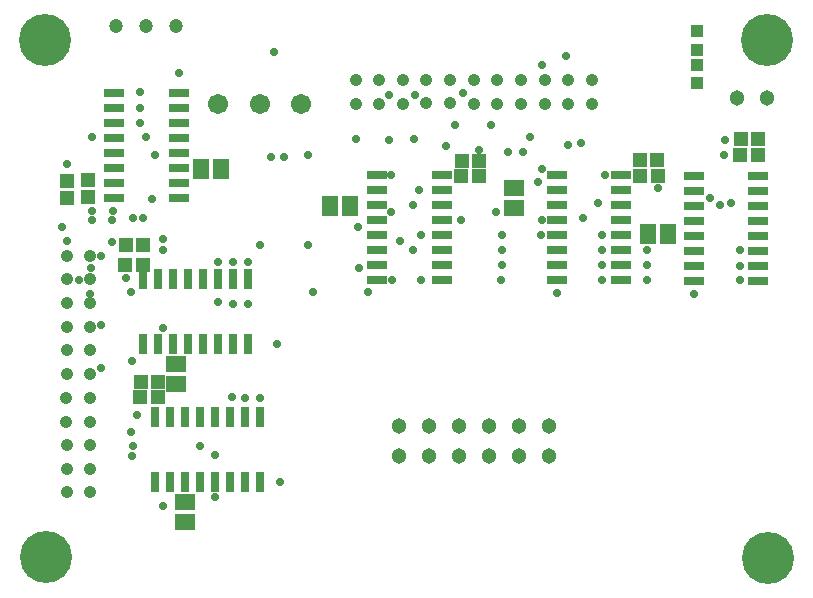
<source format=gts>
G04*
G04 #@! TF.GenerationSoftware,Altium Limited,Altium Designer,19.1.7 (138)*
G04*
G04 Layer_Color=8388736*
%FSLAX25Y25*%
%MOIN*%
G70*
G01*
G75*
%ADD28R,0.04343X0.04147*%
%ADD29R,0.04934X0.04737*%
%ADD30R,0.04737X0.04934*%
%ADD31R,0.04540X0.04934*%
%ADD32R,0.04934X0.04540*%
%ADD33R,0.03950X0.03950*%
%ADD34R,0.03162X0.06509*%
%ADD35R,0.06509X0.03162*%
%ADD36R,0.06902X0.05524*%
%ADD37R,0.05524X0.06902*%
%ADD38C,0.05131*%
%ADD39C,0.17335*%
%ADD40C,0.06706*%
%ADD41C,0.04737*%
%ADD42C,0.04200*%
%ADD43C,0.02800*%
D28*
X331500Y270549D02*
D03*
Y276651D02*
D03*
D29*
X253047Y239500D02*
D03*
X258953D02*
D03*
X146047Y166000D02*
D03*
X151953D02*
D03*
X312547Y239500D02*
D03*
X318453D02*
D03*
X141047Y210000D02*
D03*
X146953D02*
D03*
X351953Y246500D02*
D03*
X346047D02*
D03*
D30*
X128500Y238453D02*
D03*
Y232547D02*
D03*
D31*
X258854Y244500D02*
D03*
X253146D02*
D03*
X151854Y171000D02*
D03*
X146146D02*
D03*
X318354Y245000D02*
D03*
X312646D02*
D03*
X146854Y216500D02*
D03*
X141146D02*
D03*
X346146Y252000D02*
D03*
X351854D02*
D03*
D32*
X121700Y232300D02*
D03*
Y238009D02*
D03*
D33*
X331500Y281600D02*
D03*
Y288100D02*
D03*
D34*
X182000Y205228D02*
D03*
X177000D02*
D03*
X172000D02*
D03*
X167000D02*
D03*
X162000D02*
D03*
X157000D02*
D03*
X152000D02*
D03*
X147000D02*
D03*
X182000Y183772D02*
D03*
X177000D02*
D03*
X172000D02*
D03*
X167000D02*
D03*
X162000D02*
D03*
X157000D02*
D03*
X152000D02*
D03*
X147000D02*
D03*
X186000Y159228D02*
D03*
X181000D02*
D03*
X176000D02*
D03*
X171000D02*
D03*
X166000D02*
D03*
X161000D02*
D03*
X156000D02*
D03*
X151000D02*
D03*
X186000Y137772D02*
D03*
X181000D02*
D03*
X176000D02*
D03*
X171000D02*
D03*
X166000D02*
D03*
X161000D02*
D03*
X156000D02*
D03*
X151000D02*
D03*
D35*
X246457Y205000D02*
D03*
Y210000D02*
D03*
Y215000D02*
D03*
Y220000D02*
D03*
Y225000D02*
D03*
Y230000D02*
D03*
Y235000D02*
D03*
Y240000D02*
D03*
X225000Y205000D02*
D03*
Y210000D02*
D03*
Y215000D02*
D03*
Y220000D02*
D03*
Y225000D02*
D03*
Y230000D02*
D03*
Y235000D02*
D03*
Y240000D02*
D03*
X352003Y204654D02*
D03*
Y209654D02*
D03*
Y214654D02*
D03*
Y219654D02*
D03*
Y224654D02*
D03*
Y229654D02*
D03*
Y234654D02*
D03*
Y239654D02*
D03*
X330546Y204654D02*
D03*
Y209654D02*
D03*
Y214654D02*
D03*
Y219654D02*
D03*
Y224654D02*
D03*
Y229654D02*
D03*
Y234654D02*
D03*
Y239654D02*
D03*
X137343Y267346D02*
D03*
Y262346D02*
D03*
Y257346D02*
D03*
Y252346D02*
D03*
Y247346D02*
D03*
Y242346D02*
D03*
Y237346D02*
D03*
Y232346D02*
D03*
X158800Y267346D02*
D03*
Y262346D02*
D03*
Y257346D02*
D03*
Y252346D02*
D03*
Y247346D02*
D03*
Y242346D02*
D03*
Y237346D02*
D03*
Y232346D02*
D03*
X306428Y205000D02*
D03*
Y210000D02*
D03*
Y215000D02*
D03*
Y220000D02*
D03*
Y225000D02*
D03*
Y230000D02*
D03*
Y235000D02*
D03*
Y240000D02*
D03*
X284972Y205000D02*
D03*
Y210000D02*
D03*
Y215000D02*
D03*
Y220000D02*
D03*
Y225000D02*
D03*
Y230000D02*
D03*
Y235000D02*
D03*
Y240000D02*
D03*
D36*
X270500Y228999D02*
D03*
Y235692D02*
D03*
X161000Y130847D02*
D03*
Y124153D02*
D03*
X158000Y177000D02*
D03*
Y170307D02*
D03*
D37*
X215846Y229500D02*
D03*
X209154D02*
D03*
X321892Y220154D02*
D03*
X315199D02*
D03*
X166154Y242000D02*
D03*
X172846D02*
D03*
D38*
X345100Y265700D02*
D03*
X355100D02*
D03*
X282198Y146301D02*
D03*
Y156301D02*
D03*
X272198D02*
D03*
Y146301D02*
D03*
X262198D02*
D03*
Y156301D02*
D03*
X252198D02*
D03*
Y146301D02*
D03*
X242198D02*
D03*
Y156301D02*
D03*
X232198D02*
D03*
Y146301D02*
D03*
D39*
X355200Y112400D02*
D03*
X114500Y112600D02*
D03*
X355100Y285000D02*
D03*
X114400D02*
D03*
D40*
X199600Y263500D02*
D03*
X185800D02*
D03*
X172000D02*
D03*
D41*
X158000Y289500D02*
D03*
X148000D02*
D03*
X138000D02*
D03*
D42*
X296654Y263757D02*
D03*
X288754D02*
D03*
X272954D02*
D03*
X280854D02*
D03*
X265054D02*
D03*
X257154D02*
D03*
X241354Y263857D02*
D03*
X249254D02*
D03*
X233454Y263757D02*
D03*
X225554D02*
D03*
X217854D02*
D03*
Y271557D02*
D03*
X225554D02*
D03*
X233454D02*
D03*
X249254Y271657D02*
D03*
X241354D02*
D03*
X257154Y271557D02*
D03*
X265054D02*
D03*
X280854D02*
D03*
X272954D02*
D03*
X288754D02*
D03*
X296654D02*
D03*
X121500Y213100D02*
D03*
Y205200D02*
D03*
Y189400D02*
D03*
Y197300D02*
D03*
Y181500D02*
D03*
Y173600D02*
D03*
X121400Y157800D02*
D03*
Y165700D02*
D03*
X121500Y149900D02*
D03*
Y142000D02*
D03*
Y134300D02*
D03*
X129300D02*
D03*
Y142000D02*
D03*
Y149900D02*
D03*
X129200Y165700D02*
D03*
Y157800D02*
D03*
X129300Y173600D02*
D03*
Y181500D02*
D03*
Y197300D02*
D03*
Y189400D02*
D03*
Y205200D02*
D03*
Y213100D02*
D03*
D43*
X266300Y205000D02*
D03*
X266500Y210050D02*
D03*
X279700Y219900D02*
D03*
X280000Y225000D02*
D03*
X170900Y132700D02*
D03*
X339400Y229900D02*
D03*
X335900Y232300D02*
D03*
X143500Y149800D02*
D03*
X166000Y149500D02*
D03*
X142912Y154363D02*
D03*
X192772Y137772D02*
D03*
X276000Y252500D02*
D03*
X273500Y247500D02*
D03*
X280000Y242000D02*
D03*
X288000Y279500D02*
D03*
X280000Y276500D02*
D03*
X190500Y281000D02*
D03*
X318500Y235500D02*
D03*
X340500Y246500D02*
D03*
X237500Y266500D02*
D03*
X266500Y220000D02*
D03*
X176500Y166000D02*
D03*
X120000Y222500D02*
D03*
X121500Y218000D02*
D03*
X150000Y232000D02*
D03*
X258854Y248354D02*
D03*
X143500Y225500D02*
D03*
X136516Y225000D02*
D03*
X153500Y215000D02*
D03*
X145000Y160000D02*
D03*
X129500Y209000D02*
D03*
X145923Y257423D02*
D03*
X145846Y262346D02*
D03*
X346000Y215000D02*
D03*
X315000D02*
D03*
X300000Y220000D02*
D03*
X298500Y230500D02*
D03*
X288500Y250000D02*
D03*
X293000Y250500D02*
D03*
X239500Y205000D02*
D03*
X237000Y215000D02*
D03*
X253000Y225000D02*
D03*
X143129Y177871D02*
D03*
X137000Y228000D02*
D03*
X130000D02*
D03*
X153500Y218500D02*
D03*
X141146Y205646D02*
D03*
X143000Y201000D02*
D03*
X129300Y200300D02*
D03*
X125500Y205000D02*
D03*
X136765Y217500D02*
D03*
X133000Y190000D02*
D03*
X153500Y189000D02*
D03*
X147000Y225500D02*
D03*
X133100Y213100D02*
D03*
X130000Y225000D02*
D03*
X171000Y146500D02*
D03*
X143300Y146300D02*
D03*
X153500Y129500D02*
D03*
X203500Y201000D02*
D03*
X151000Y246500D02*
D03*
X148000Y252500D02*
D03*
X130000D02*
D03*
X133000Y175800D02*
D03*
X301000Y240000D02*
D03*
X293500Y225500D02*
D03*
X263000Y256500D02*
D03*
X268500Y247500D02*
D03*
X278500Y237500D02*
D03*
X253500Y267411D02*
D03*
X264500Y227500D02*
D03*
X237311Y252000D02*
D03*
X239000Y235000D02*
D03*
X237000Y230000D02*
D03*
X239500Y220000D02*
D03*
X229000Y251500D02*
D03*
X217854Y252146D02*
D03*
X248000Y249500D02*
D03*
X121700Y243700D02*
D03*
X341000Y251500D02*
D03*
X343000Y230500D02*
D03*
X186000Y216500D02*
D03*
X202000D02*
D03*
X284972Y200528D02*
D03*
X330546Y200183D02*
D03*
X172000Y197500D02*
D03*
X181000Y165500D02*
D03*
X177000Y197000D02*
D03*
X186000Y165500D02*
D03*
X182000Y197000D02*
D03*
X191772Y183772D02*
D03*
X172000Y211000D02*
D03*
X177000D02*
D03*
X182000D02*
D03*
X146000Y267500D02*
D03*
X159000Y274000D02*
D03*
X189500Y246000D02*
D03*
X194000D02*
D03*
X202000Y246500D02*
D03*
X222000Y201000D02*
D03*
X230000Y205000D02*
D03*
X218500Y222500D02*
D03*
X219000Y209000D02*
D03*
X266500Y215000D02*
D03*
X300000D02*
D03*
X300000Y205000D02*
D03*
X315000Y205000D02*
D03*
X346000D02*
D03*
Y209500D02*
D03*
X315000Y210000D02*
D03*
X232500Y218000D02*
D03*
X300000Y210000D02*
D03*
X251000Y256500D02*
D03*
X229000Y266500D02*
D03*
X229500Y240000D02*
D03*
Y227500D02*
D03*
M02*

</source>
